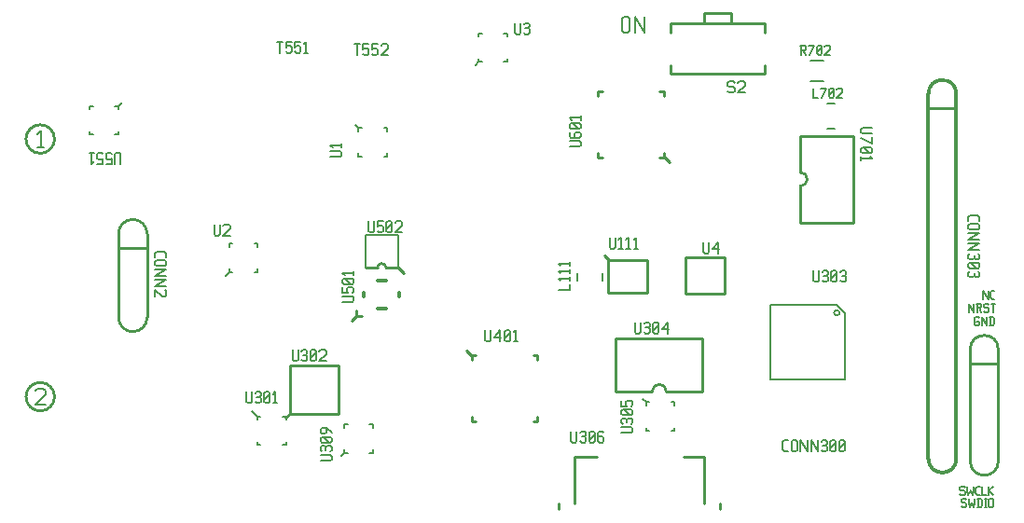
<source format=gto>
G04 start of page 10 for group -4079 idx -4079 *
G04 Title: v2_0, topsilk *
G04 Creator: pcb 4.2.0 *
G04 CreationDate: Tue Sep 24 08:28:18 2019 UTC *
G04 For: user *
G04 Format: Gerber/RS-274X *
G04 PCB-Dimensions (mm): 140.00 90.00 *
G04 PCB-Coordinate-Origin: lower left *
%MOMM*%
%FSLAX43Y43*%
%LNGTO*%
%ADD143C,0.203*%
%ADD142C,0.308*%
%ADD141C,0.300*%
%ADD140C,0.254*%
%ADD139C,0.200*%
%ADD138C,0.280*%
G54D138*X50500Y43100D02*X50100Y42700D01*
X50500Y43100D02*Y43600D01*
Y43100D02*X51000D01*
X73400Y48200D02*X73000Y48600D01*
X82100Y69700D02*Y70600D01*
X84500D01*
Y69700D01*
G54D139*X41200Y34300D02*X41000Y34500D01*
G54D138*X23100Y35800D02*G75*G02X21800Y34500I-1300J0D01*G01*
X20500Y35800D02*G75*G03X21800Y34500I1300J0D01*G01*
Y37100D02*G75*G02X23100Y35800I0J-1300D01*G01*
X21800Y37100D02*G75*G03X20500Y35800I0J-1300D01*G01*
X21800Y60500D02*G75*G02X23100Y59200I0J-1300D01*G01*
G75*G02X21800Y57900I-1300J0D01*G01*
Y60500D02*G75*G03X20500Y59200I0J-1300D01*G01*
G75*G03X21800Y57900I1300J0D01*G01*
G54D139*X74600Y70151D02*Y69054D01*
Y70151D02*X74783Y70334D01*
X75149D01*
X75332Y70151D01*
Y69054D01*
X75149Y68871D02*X75332Y69054D01*
X74783Y68871D02*X75149D01*
X74600Y69054D02*X74783Y68871D01*
X75770Y70334D02*Y68871D01*
Y70334D02*X76685Y68871D01*
Y70334D02*Y68871D01*
X106966Y43017D02*X107057Y42926D01*
X106691Y43017D02*X106966D01*
X106600Y42926D02*X106691Y43017D01*
X106600Y42926D02*Y42377D01*
X106691Y42286D01*
X106966D01*
X107057Y42377D01*
Y42560D02*Y42377D01*
X106966Y42651D02*X107057Y42560D01*
X106783Y42651D02*X106966D01*
X107277Y43017D02*Y42286D01*
Y43017D02*X107734Y42286D01*
Y43017D02*Y42286D01*
X108045Y43017D02*Y42286D01*
X108282Y43017D02*X108411Y42889D01*
Y42414D01*
X108282Y42286D02*X108411Y42414D01*
X107953Y42286D02*X108282D01*
X107953Y43017D02*X108282D01*
X107400Y45417D02*Y44686D01*
Y45417D02*X107857Y44686D01*
Y45417D02*Y44686D01*
X108205D02*X108442D01*
X108077Y44814D02*X108205Y44686D01*
X108077Y45289D02*Y44814D01*
Y45289D02*X108205Y45417D01*
X108442D01*
X106100Y44217D02*Y43486D01*
Y44217D02*X106557Y43486D01*
Y44217D02*Y43486D01*
X106777Y44217D02*X107142D01*
X107234Y44126D01*
Y43943D01*
X107142Y43851D02*X107234Y43943D01*
X106868Y43851D02*X107142D01*
X106868Y44217D02*Y43486D01*
X107014Y43851D02*X107234Y43486D01*
X107819Y44217D02*X107911Y44126D01*
X107545Y44217D02*X107819D01*
X107453Y44126D02*X107545Y44217D01*
X107453Y44126D02*Y43943D01*
X107545Y43851D01*
X107819D01*
X107911Y43760D01*
Y43577D01*
X107819Y43486D02*X107911Y43577D01*
X107545Y43486D02*X107819D01*
X107453Y43577D02*X107545Y43486D01*
X108130Y44217D02*X108496D01*
X108313D02*Y43486D01*
X105666Y27617D02*X105757Y27526D01*
X105391Y27617D02*X105666D01*
X105300Y27526D02*X105391Y27617D01*
X105300Y27526D02*Y27343D01*
X105391Y27251D01*
X105666D01*
X105757Y27160D01*
Y26977D01*
X105666Y26886D02*X105757Y26977D01*
X105391Y26886D02*X105666D01*
X105300Y26977D02*X105391Y26886D01*
X105977Y27617D02*Y27251D01*
X106068Y26886D01*
X106251Y27251D01*
X106434Y26886D01*
X106525Y27251D01*
Y27617D02*Y27251D01*
X106873Y26886D02*X107111D01*
X106745Y27014D02*X106873Y26886D01*
X106745Y27489D02*Y27014D01*
Y27489D02*X106873Y27617D01*
X107111D01*
X107330D02*Y26886D01*
X107696D01*
X107915Y27617D02*Y26886D01*
Y27251D02*X108281Y27617D01*
X107915Y27251D02*X108281Y26886D01*
X21550Y59646D02*X21841Y59937D01*
Y58484D01*
X21550D02*X22095D01*
X21350Y36355D02*X21532Y36537D01*
X22076D01*
X22258Y36355D01*
Y35992D01*
X21350Y35084D02*X22258Y35992D01*
X21350Y35084D02*X22258D01*
X105766Y26517D02*X105857Y26426D01*
X105491Y26517D02*X105766D01*
X105400Y26426D02*X105491Y26517D01*
X105400Y26426D02*Y26243D01*
X105491Y26151D01*
X105766D01*
X105857Y26060D01*
Y25877D01*
X105766Y25786D02*X105857Y25877D01*
X105491Y25786D02*X105766D01*
X105400Y25877D02*X105491Y25786D01*
X106077Y26517D02*Y26151D01*
X106168Y25786D01*
X106351Y26151D01*
X106534Y25786D01*
X106625Y26151D01*
Y26517D02*Y26151D01*
X106936Y26517D02*Y25786D01*
X107174Y26517D02*X107302Y26389D01*
Y25914D01*
X107174Y25786D02*X107302Y25914D01*
X106845Y25786D02*X107174D01*
X106845Y26517D02*X107174D01*
X107521D02*X107704D01*
X107613D02*Y25786D01*
X107521D02*X107704D01*
X107924Y26426D02*Y25877D01*
Y26426D02*X108015Y26517D01*
X108198D01*
X108290Y26426D01*
Y25877D01*
X108198Y25786D02*X108290Y25877D01*
X108015Y25786D02*X108198D01*
X107924Y25877D02*X108015Y25786D01*
X28900Y62200D02*Y61900D01*
X28600Y62200D02*X28900D01*
Y59900D02*Y59600D01*
X28600D02*X28900D01*
X26300Y62200D02*X26600D01*
X26300D02*Y61900D01*
Y59900D02*Y59600D01*
X26600D01*
X28900Y62200D02*X29200Y62500D01*
G54D140*X44450Y38650D02*X48850D01*
X44450D02*Y34250D01*
X48858D01*
X48850Y38650D02*Y34250D01*
X44450D02*X44069Y33869D01*
G54D139*X49400Y31000D02*Y30700D01*
X49700D01*
X49400Y33300D02*Y33000D01*
Y33300D02*X49700D01*
X51700Y30700D02*X52000D01*
Y31000D02*Y30700D01*
Y33300D02*Y33000D01*
X51700Y33300D02*X52000D01*
X49400Y30700D02*X49100Y30400D01*
X41500Y34000D02*X41800D01*
X41500D02*Y33700D01*
X43800Y34000D02*X44100D01*
Y33700D01*
X41500Y31700D02*Y31400D01*
X41800D01*
X43800D02*X44100D01*
Y31700D02*Y31400D01*
X41500Y34000D02*X41200Y34300D01*
G54D140*X28930Y49330D02*X31470D01*
G54D138*X28900Y50600D02*Y43000D01*
X31500Y50600D02*Y43000D01*
X30200Y51900D02*G75*G03X28900Y50600I0J-1300D01*G01*
X31500D02*G75*G03X30200Y51900I-1300J0D01*G01*
Y41700D02*G75*G03X31500Y43000I0J1300D01*G01*
X28900D02*G75*G03X30200Y41700I1300J0D01*G01*
G54D139*X51000Y60200D02*X50700D01*
Y59900D01*
X53000Y60200D02*X53300D01*
Y59900D01*
X50700Y57600D02*Y57900D01*
Y57600D02*X51000D01*
X53300D02*X53000D01*
X53300D02*Y57900D01*
X50700Y60200D02*X50400Y60500D01*
G54D138*X54300Y47500D02*X54800Y47000D01*
X53200Y47500D02*X54300D01*
X51300D02*X52400D01*
G54D139*X54300Y50500D02*Y47500D01*
X51300Y50500D02*Y47500D01*
Y50500D02*X54300D01*
G54D138*X53200Y47500D02*G75*G03X52800Y47900I-400J0D01*G01*
G75*G03X52400Y47500I0J-400D01*G01*
G54D141*Y46300D02*X53200D01*
X51200Y45200D02*Y44900D01*
X54400Y45200D02*Y44900D01*
X52400Y43800D02*X53200D01*
G54D139*X38950Y47400D02*Y47100D01*
X39250D01*
X38950Y49700D02*Y49400D01*
Y49700D02*X39250D01*
X41250Y47100D02*X41550D01*
Y47400D02*Y47100D01*
Y49700D02*Y49400D01*
X41250Y49700D02*X41550D01*
X38950Y47100D02*X38650Y46800D01*
G54D140*X102430Y62030D02*X104970D01*
G54D142*Y63300D02*Y30180D01*
X102430Y63300D02*Y30180D01*
X104970Y63300D02*G75*G03X102430Y63300I-1270J0D01*G01*
Y30180D02*G75*G03X104970Y30180I1270J0D01*G01*
G54D140*X106230Y40100D02*Y29940D01*
X108770Y40100D02*Y29940D01*
X106230Y38830D02*X108770D01*
Y40100D02*G75*G03X106230Y40100I-1270J0D01*G01*
Y29940D02*G75*G03X108770Y29940I1270J0D01*G01*
X90787Y51613D02*X95613D01*
Y59487D02*Y51613D01*
X90787Y59487D02*X95613D01*
X90787Y54915D02*Y51613D01*
Y59487D02*Y56185D01*
Y54915D02*G75*G03X90787Y56185I0J635D01*G01*
G54D143*X93250Y62450D02*X93950D01*
X93250Y60150D02*X93950D01*
X91700Y64450D02*X92900D01*
X91700Y66350D02*X92900D01*
X94848Y43412D02*Y37352D01*
X88052D02*X94848D01*
X88052Y44148D02*Y37352D01*
Y44148D02*X94112D01*
X94848Y43412D01*
X94112Y43666D02*G75*G03X94112Y43666I0J-254D01*G01*
G54D140*X66554Y39554D02*X66954D01*
Y39154D01*
Y33954D02*Y33554D01*
X66554D02*X66954D01*
X60954D02*X61354D01*
X60954Y33954D02*Y33554D01*
Y39554D02*Y39154D01*
Y39554D02*X61354D01*
G54D138*X61000Y39500D02*X60500Y40000D01*
X80200Y30300D02*X82100D01*
Y26100D01*
X70300Y30300D02*X72300D01*
X70300D02*Y26100D01*
X83500D02*Y25600D01*
X68900Y26100D02*Y25600D01*
G54D139*X77100Y35300D02*X76800D01*
Y35000D01*
X79100Y35300D02*X79400D01*
Y35000D01*
X76800Y32700D02*Y33000D01*
Y32700D02*X77100D01*
X79400D02*X79100D01*
X79400D02*Y33000D01*
X76800Y35300D02*X76500Y35600D01*
G54D143*X70550Y47050D02*Y46350D01*
X72850Y47050D02*Y46350D01*
G54D140*X73363Y48208D02*X76894D01*
X73363D02*Y45211D01*
X76894D01*
Y48208D02*Y45211D01*
X83937Y45165D02*X80406D01*
X83937Y48416D02*Y45165D01*
Y48416D02*X80406D01*
Y45165D01*
X81937Y41113D02*Y36287D01*
X74063Y41113D02*X81937D01*
X74063D02*Y36287D01*
X78635D02*X81937D01*
X74063D02*X77365D01*
X78635D02*G75*G03X77365Y36287I-635J0D01*G01*
G54D139*X61600Y66500D02*Y66200D01*
X61900D01*
X61600Y68800D02*Y68500D01*
Y68800D02*X61900D01*
X63900Y66200D02*X64200D01*
Y66500D02*Y66200D01*
Y68800D02*Y68500D01*
X63900Y68800D02*X64200D01*
X61600Y66200D02*X61300Y65900D01*
G54D138*X79000Y65100D02*X87600D01*
Y65900D02*Y65100D01*
X79000Y65900D02*Y65100D01*
Y69700D02*X87600D01*
Y68900D01*
X79000Y69700D02*Y68900D01*
G54D140*X72446Y57546D02*X72846D01*
X72446Y57946D02*Y57546D01*
Y63546D02*Y63146D01*
Y63546D02*X72846D01*
X78046D02*X78446D01*
Y63146D01*
Y57946D02*Y57546D01*
X78046D02*X78446D01*
G54D138*X78400Y57600D02*X78900Y57100D01*
G54D139*X62200Y41846D02*Y40957D01*
X62327Y40830D01*
X62581D01*
X62708Y40957D01*
Y41846D02*Y40957D01*
X63013Y41211D02*X63521Y41846D01*
X63013Y41211D02*X63648D01*
X63521Y41846D02*Y40830D01*
X63953Y40957D02*X64080Y40830D01*
X63953Y41719D02*Y40957D01*
Y41719D02*X64080Y41846D01*
X64334D01*
X64461Y41719D01*
Y40957D01*
X64334Y40830D02*X64461Y40957D01*
X64080Y40830D02*X64334D01*
X63953Y41084D02*X64461Y41592D01*
X64765Y41643D02*X64969Y41846D01*
Y40830D01*
X64765D02*X65146D01*
X44700Y40046D02*Y39157D01*
X44827Y39030D01*
X45081D01*
X45208Y39157D01*
Y40046D02*Y39157D01*
X45513Y39919D02*X45640Y40046D01*
X45894D01*
X46021Y39919D01*
X45894Y39030D02*X46021Y39157D01*
X45640Y39030D02*X45894D01*
X45513Y39157D02*X45640Y39030D01*
Y39589D02*X45894D01*
X46021Y39919D02*Y39716D01*
Y39462D02*Y39157D01*
Y39462D02*X45894Y39589D01*
X46021Y39716D02*X45894Y39589D01*
X46326Y39157D02*X46453Y39030D01*
X46326Y39919D02*Y39157D01*
Y39919D02*X46453Y40046D01*
X46707D01*
X46834Y39919D01*
Y39157D01*
X46707Y39030D02*X46834Y39157D01*
X46453Y39030D02*X46707D01*
X46326Y39284D02*X46834Y39792D01*
X47138Y39919D02*X47265Y40046D01*
X47646D01*
X47773Y39919D01*
Y39665D01*
X47138Y39030D02*X47773Y39665D01*
X47138Y39030D02*X47773D01*
X37600Y51446D02*Y50557D01*
X37727Y50430D01*
X37981D01*
X38108Y50557D01*
Y51446D02*Y50557D01*
X38413Y51319D02*X38540Y51446D01*
X38921D01*
X39048Y51319D01*
Y51065D01*
X38413Y50430D02*X39048Y51065D01*
X38413Y50430D02*X39048D01*
X49254Y44400D02*X50143D01*
X50270Y44527D01*
Y44781D02*Y44527D01*
Y44781D02*X50143Y44908D01*
X49254D02*X50143D01*
X49254Y45721D02*Y45213D01*
X49762D01*
X49635Y45340D01*
Y45594D02*Y45340D01*
Y45594D02*X49762Y45721D01*
X50143D01*
X50270Y45594D02*X50143Y45721D01*
X50270Y45594D02*Y45340D01*
X50143Y45213D02*X50270Y45340D01*
X50143Y46026D02*X50270Y46153D01*
X49381Y46026D02*X50143D01*
X49381D02*X49254Y46153D01*
Y46407D02*Y46153D01*
Y46407D02*X49381Y46534D01*
X50143D01*
X50270Y46407D02*X50143Y46534D01*
X50270Y46407D02*Y46153D01*
X50016Y46026D02*X49508Y46534D01*
X49457Y46838D02*X49254Y47042D01*
X50270D01*
Y47219D02*Y46838D01*
X51600Y51746D02*Y50857D01*
X51727Y50730D01*
X51981D01*
X52108Y50857D01*
Y51746D02*Y50857D01*
X52413Y51746D02*X52921D01*
X52413D02*Y51238D01*
X52540Y51365D01*
X52794D01*
X52921Y51238D01*
Y50857D01*
X52794Y50730D02*X52921Y50857D01*
X52540Y50730D02*X52794D01*
X52413Y50857D02*X52540Y50730D01*
X53226Y50857D02*X53353Y50730D01*
X53226Y51619D02*Y50857D01*
Y51619D02*X53353Y51746D01*
X53607D01*
X53734Y51619D01*
Y50857D01*
X53607Y50730D02*X53734Y50857D01*
X53353Y50730D02*X53607D01*
X53226Y50984D02*X53734Y51492D01*
X54038Y51619D02*X54165Y51746D01*
X54546D01*
X54673Y51619D01*
Y51365D01*
X54038Y50730D02*X54673Y51365D01*
X54038Y50730D02*X54673D01*
X32230Y48822D02*Y48492D01*
X32408Y49000D02*X32230Y48822D01*
X32408Y49000D02*X33068D01*
X33246Y48822D01*
Y48492D01*
X32357Y48187D02*X33119D01*
X33246Y48060D01*
Y47806D01*
X33119Y47679D01*
X32357D02*X33119D01*
X32230Y47806D02*X32357Y47679D01*
X32230Y48060D02*Y47806D01*
X32357Y48187D02*X32230Y48060D01*
Y47374D02*X33246D01*
X32230Y46739D01*
X33246D01*
X32230Y46435D02*X33246D01*
X32230Y45800D01*
X33246D01*
X33119Y45495D02*X33246Y45368D01*
Y44987D01*
X33119Y44860D01*
X32865D02*X33119D01*
X32230Y45495D02*X32865Y44860D01*
X32230Y45495D02*Y44860D01*
X29100Y57843D02*Y56954D01*
Y57843D02*X28973Y57970D01*
X28719D02*X28973D01*
X28719D02*X28592Y57843D01*
Y56954D01*
X27779D02*X28287D01*
Y57462D02*Y56954D01*
Y57462D02*X28160Y57335D01*
X27906D02*X28160D01*
X27906D02*X27779Y57462D01*
Y57843D02*Y57462D01*
X27906Y57970D02*X27779Y57843D01*
X27906Y57970D02*X28160D01*
X28287Y57843D02*X28160Y57970D01*
X26966Y56954D02*X27474D01*
Y57462D02*Y56954D01*
Y57462D02*X27347Y57335D01*
X27093D02*X27347D01*
X27093D02*X26966Y57462D01*
Y57843D02*Y57462D01*
X27093Y57970D02*X26966Y57843D01*
X27093Y57970D02*X27347D01*
X27474Y57843D02*X27347Y57970D01*
X26662Y57157D02*X26458Y56954D01*
Y57970D02*Y56954D01*
X26281Y57970D02*X26662D01*
X40500Y36246D02*Y35357D01*
X40627Y35230D01*
X40881D01*
X41008Y35357D01*
Y36246D02*Y35357D01*
X41313Y36119D02*X41440Y36246D01*
X41694D01*
X41821Y36119D01*
X41694Y35230D02*X41821Y35357D01*
X41440Y35230D02*X41694D01*
X41313Y35357D02*X41440Y35230D01*
Y35789D02*X41694D01*
X41821Y36119D02*Y35916D01*
Y35662D02*Y35357D01*
Y35662D02*X41694Y35789D01*
X41821Y35916D02*X41694Y35789D01*
X42126Y35357D02*X42253Y35230D01*
X42126Y36119D02*Y35357D01*
Y36119D02*X42253Y36246D01*
X42507D01*
X42634Y36119D01*
Y35357D01*
X42507Y35230D02*X42634Y35357D01*
X42253Y35230D02*X42507D01*
X42126Y35484D02*X42634Y35992D01*
X42938Y36043D02*X43142Y36246D01*
Y35230D01*
X42938D02*X43319D01*
X47254Y30000D02*X48143D01*
X48270Y30127D01*
Y30381D02*Y30127D01*
Y30381D02*X48143Y30508D01*
X47254D02*X48143D01*
X47381Y30813D02*X47254Y30940D01*
Y31194D02*Y30940D01*
Y31194D02*X47381Y31321D01*
X48270Y31194D02*X48143Y31321D01*
X48270Y31194D02*Y30940D01*
X48143Y30813D02*X48270Y30940D01*
X47711Y31194D02*Y30940D01*
X47381Y31321D02*X47584D01*
X47838D02*X48143D01*
X47838D02*X47711Y31194D01*
X47584Y31321D02*X47711Y31194D01*
X48143Y31626D02*X48270Y31753D01*
X47381Y31626D02*X48143D01*
X47381D02*X47254Y31753D01*
Y32007D02*Y31753D01*
Y32007D02*X47381Y32134D01*
X48143D01*
X48270Y32007D02*X48143Y32134D01*
X48270Y32007D02*Y31753D01*
X48016Y31626D02*X47508Y32134D01*
X48270Y32565D02*X47762Y32946D01*
X47381D02*X47762D01*
X47254Y32819D02*X47381Y32946D01*
X47254Y32819D02*Y32565D01*
X47381Y32438D02*X47254Y32565D01*
X47381Y32438D02*X47635D01*
X47762Y32565D01*
Y32946D02*Y32565D01*
X48154Y57600D02*X49043D01*
X49170Y57727D01*
Y57981D02*Y57727D01*
Y57981D02*X49043Y58108D01*
X48154D02*X49043D01*
X48357Y58413D02*X48154Y58616D01*
X49170D01*
Y58794D02*Y58413D01*
X43300Y68046D02*X43808D01*
X43554D02*Y67030D01*
X44113Y68046D02*X44621D01*
X44113D02*Y67538D01*
X44240Y67665D01*
X44494D01*
X44621Y67538D01*
Y67157D01*
X44494Y67030D02*X44621Y67157D01*
X44240Y67030D02*X44494D01*
X44113Y67157D02*X44240Y67030D01*
X44926Y68046D02*X45434D01*
X44926D02*Y67538D01*
X45053Y67665D01*
X45307D01*
X45434Y67538D01*
Y67157D01*
X45307Y67030D02*X45434Y67157D01*
X45053Y67030D02*X45307D01*
X44926Y67157D02*X45053Y67030D01*
X45738Y67843D02*X45942Y68046D01*
Y67030D01*
X45738D02*X46119D01*
X106030Y52122D02*Y51792D01*
X106208Y52300D02*X106030Y52122D01*
X106208Y52300D02*X106868D01*
X107046Y52122D01*
Y51792D01*
X106157Y51487D02*X106919D01*
X107046Y51360D01*
Y51106D01*
X106919Y50979D01*
X106157D02*X106919D01*
X106030Y51106D02*X106157Y50979D01*
X106030Y51360D02*Y51106D01*
X106157Y51487D02*X106030Y51360D01*
Y50674D02*X107046D01*
X106030Y50039D01*
X107046D01*
X106030Y49735D02*X107046D01*
X106030Y49100D01*
X107046D01*
X106919Y48795D02*X107046Y48668D01*
Y48414D01*
X106919Y48287D01*
X106030Y48414D02*X106157Y48287D01*
X106030Y48668D02*Y48414D01*
X106157Y48795D02*X106030Y48668D01*
X106589D02*Y48414D01*
X106716Y48287D02*X106919D01*
X106157D02*X106462D01*
X106589Y48414D01*
X106716Y48287D02*X106589Y48414D01*
X106157Y47982D02*X106030Y47855D01*
X106157Y47982D02*X106919D01*
X107046Y47855D01*
Y47601D01*
X106919Y47474D01*
X106157D02*X106919D01*
X106030Y47601D02*X106157Y47474D01*
X106030Y47855D02*Y47601D01*
X106284Y47982D02*X106792Y47474D01*
X106919Y47169D02*X107046Y47042D01*
Y46788D01*
X106919Y46661D01*
X106030Y46788D02*X106157Y46661D01*
X106030Y47042D02*Y46788D01*
X106157Y47169D02*X106030Y47042D01*
X106589D02*Y46788D01*
X106716Y46661D02*X106919D01*
X106157D02*X106462D01*
X106589Y46788D01*
X106716Y46661D02*X106589Y46788D01*
X92000Y47246D02*Y46357D01*
X92127Y46230D01*
X92381D01*
X92508Y46357D01*
Y47246D02*Y46357D01*
X92813Y47119D02*X92940Y47246D01*
X93194D01*
X93321Y47119D01*
X93194Y46230D02*X93321Y46357D01*
X92940Y46230D02*X93194D01*
X92813Y46357D02*X92940Y46230D01*
Y46789D02*X93194D01*
X93321Y47119D02*Y46916D01*
Y46662D02*Y46357D01*
Y46662D02*X93194Y46789D01*
X93321Y46916D02*X93194Y46789D01*
X93626Y46357D02*X93753Y46230D01*
X93626Y47119D02*Y46357D01*
Y47119D02*X93753Y47246D01*
X94007D01*
X94134Y47119D01*
Y46357D01*
X94007Y46230D02*X94134Y46357D01*
X93753Y46230D02*X94007D01*
X93626Y46484D02*X94134Y46992D01*
X94438Y47119D02*X94565Y47246D01*
X94819D01*
X94946Y47119D01*
X94819Y46230D02*X94946Y46357D01*
X94565Y46230D02*X94819D01*
X94438Y46357D02*X94565Y46230D01*
Y46789D02*X94819D01*
X94946Y47119D02*Y46916D01*
Y46662D02*Y46357D01*
Y46662D02*X94819Y46789D01*
X94946Y46916D02*X94819Y46789D01*
X96457Y60200D02*X97346D01*
X96457D02*X96330Y60073D01*
Y59819D01*
X96457Y59692D01*
X97346D01*
X96330Y59260D02*X97346Y58752D01*
Y59387D02*Y58752D01*
X96457Y58447D02*X96330Y58320D01*
X96457Y58447D02*X97219D01*
X97346Y58320D01*
Y58066D01*
X97219Y57939D01*
X96457D02*X97219D01*
X96330Y58066D02*X96457Y57939D01*
X96330Y58320D02*Y58066D01*
X96584Y58447D02*X97092Y57939D01*
X97143Y57635D02*X97346Y57431D01*
X96330D02*X97346D01*
X96330Y57635D02*Y57254D01*
X92000Y63792D02*Y62959D01*
X92417D01*
X92771D02*X93187Y63792D01*
X92666D02*X93187D01*
X93437Y63063D02*X93541Y62959D01*
X93437Y63688D02*Y63063D01*
Y63688D02*X93541Y63792D01*
X93750D01*
X93854Y63688D01*
Y63063D01*
X93750Y62959D02*X93854Y63063D01*
X93541Y62959D02*X93750D01*
X93437Y63167D02*X93854Y63583D01*
X94104Y63688D02*X94208Y63792D01*
X94520D01*
X94624Y63688D01*
Y63479D01*
X94104Y62959D02*X94624Y63479D01*
X94104Y62959D02*X94624D01*
X90800Y67692D02*X91217D01*
X91321Y67588D01*
Y67379D01*
X91217Y67275D02*X91321Y67379D01*
X90904Y67275D02*X91217D01*
X90904Y67692D02*Y66859D01*
X91071Y67275D02*X91321Y66859D01*
X91675D02*X92091Y67692D01*
X91571D02*X92091D01*
X92341Y66963D02*X92445Y66859D01*
X92341Y67588D02*Y66963D01*
Y67588D02*X92445Y67692D01*
X92654D01*
X92758Y67588D01*
Y66963D01*
X92654Y66859D02*X92758Y66963D01*
X92445Y66859D02*X92654D01*
X92341Y67067D02*X92758Y67483D01*
X93008Y67588D02*X93112Y67692D01*
X93424D01*
X93528Y67588D01*
Y67379D01*
X93008Y66859D02*X93528Y67379D01*
X93008Y66859D02*X93528D01*
X50300Y67846D02*X50808D01*
X50554D02*Y66830D01*
X51113Y67846D02*X51621D01*
X51113D02*Y67338D01*
X51240Y67465D01*
X51494D01*
X51621Y67338D01*
Y66957D01*
X51494Y66830D02*X51621Y66957D01*
X51240Y66830D02*X51494D01*
X51113Y66957D02*X51240Y66830D01*
X51926Y67846D02*X52434D01*
X51926D02*Y67338D01*
X52053Y67465D01*
X52307D01*
X52434Y67338D01*
Y66957D01*
X52307Y66830D02*X52434Y66957D01*
X52053Y66830D02*X52307D01*
X51926Y66957D02*X52053Y66830D01*
X52738Y67719D02*X52865Y67846D01*
X53246D01*
X53373Y67719D01*
Y67465D01*
X52738Y66830D02*X53373Y67465D01*
X52738Y66830D02*X53373D01*
X64900Y69746D02*Y68857D01*
X65027Y68730D01*
X65281D01*
X65408Y68857D01*
Y69746D02*Y68857D01*
X65713Y69619D02*X65840Y69746D01*
X66094D01*
X66221Y69619D01*
X66094Y68730D02*X66221Y68857D01*
X65840Y68730D02*X66094D01*
X65713Y68857D02*X65840Y68730D01*
Y69289D02*X66094D01*
X66221Y69619D02*Y69416D01*
Y69162D02*Y68857D01*
Y69162D02*X66094Y69289D01*
X66221Y69416D02*X66094Y69289D01*
X69854Y58500D02*X70743D01*
X70870Y58627D01*
Y58881D02*Y58627D01*
Y58881D02*X70743Y59008D01*
X69854D02*X70743D01*
X69854Y59694D02*X69981Y59821D01*
X69854Y59694D02*Y59440D01*
X69981Y59313D02*X69854Y59440D01*
X69981Y59313D02*X70743D01*
X70870Y59440D01*
X70311Y59694D02*X70438Y59821D01*
X70311Y59694D02*Y59313D01*
X70870Y59694D02*Y59440D01*
Y59694D02*X70743Y59821D01*
X70438D02*X70743D01*
Y60126D02*X70870Y60253D01*
X69981Y60126D02*X70743D01*
X69981D02*X69854Y60253D01*
Y60507D02*Y60253D01*
Y60507D02*X69981Y60634D01*
X70743D01*
X70870Y60507D02*X70743Y60634D01*
X70870Y60507D02*Y60253D01*
X70616Y60126D02*X70108Y60634D01*
X70057Y60938D02*X69854Y61142D01*
X70870D01*
Y61319D02*Y60938D01*
X75800Y42546D02*Y41657D01*
X75927Y41530D01*
X76181D01*
X76308Y41657D01*
Y42546D02*Y41657D01*
X76613Y42419D02*X76740Y42546D01*
X76994D01*
X77121Y42419D01*
X76994Y41530D02*X77121Y41657D01*
X76740Y41530D02*X76994D01*
X76613Y41657D02*X76740Y41530D01*
Y42089D02*X76994D01*
X77121Y42419D02*Y42216D01*
Y41962D02*Y41657D01*
Y41962D02*X76994Y42089D01*
X77121Y42216D02*X76994Y42089D01*
X77426Y41657D02*X77553Y41530D01*
X77426Y42419D02*Y41657D01*
Y42419D02*X77553Y42546D01*
X77807D01*
X77934Y42419D01*
Y41657D01*
X77807Y41530D02*X77934Y41657D01*
X77553Y41530D02*X77807D01*
X77426Y41784D02*X77934Y42292D01*
X78238Y41911D02*X78746Y42546D01*
X78238Y41911D02*X78873D01*
X78746Y42546D02*Y41530D01*
X74554Y32500D02*X75443D01*
X75570Y32627D01*
Y32881D02*Y32627D01*
Y32881D02*X75443Y33008D01*
X74554D02*X75443D01*
X74681Y33313D02*X74554Y33440D01*
Y33694D02*Y33440D01*
Y33694D02*X74681Y33821D01*
X75570Y33694D02*X75443Y33821D01*
X75570Y33694D02*Y33440D01*
X75443Y33313D02*X75570Y33440D01*
X75011Y33694D02*Y33440D01*
X74681Y33821D02*X74884D01*
X75138D02*X75443D01*
X75138D02*X75011Y33694D01*
X74884Y33821D02*X75011Y33694D01*
X75443Y34126D02*X75570Y34253D01*
X74681Y34126D02*X75443D01*
X74681D02*X74554Y34253D01*
Y34507D02*Y34253D01*
Y34507D02*X74681Y34634D01*
X75443D01*
X75570Y34507D02*X75443Y34634D01*
X75570Y34507D02*Y34253D01*
X75316Y34126D02*X74808Y34634D01*
X74554Y35446D02*Y34938D01*
X75062D01*
X74935Y35065D01*
Y35319D02*Y35065D01*
Y35319D02*X75062Y35446D01*
X75443D01*
X75570Y35319D02*X75443Y35446D01*
X75570Y35319D02*Y35065D01*
X75443Y34938D02*X75570Y35065D01*
X68854Y45500D02*X69870D01*
Y46008D02*Y45500D01*
X69057Y46313D02*X68854Y46516D01*
X69870D01*
Y46694D02*Y46313D01*
X69057Y46999D02*X68854Y47202D01*
X69870D01*
Y47380D02*Y46999D01*
X69057Y47684D02*X68854Y47888D01*
X69870D01*
Y48065D02*Y47684D01*
X70000Y32646D02*Y31757D01*
X70127Y31630D01*
X70381D01*
X70508Y31757D01*
Y32646D02*Y31757D01*
X70813Y32519D02*X70940Y32646D01*
X71194D01*
X71321Y32519D01*
X71194Y31630D02*X71321Y31757D01*
X70940Y31630D02*X71194D01*
X70813Y31757D02*X70940Y31630D01*
Y32189D02*X71194D01*
X71321Y32519D02*Y32316D01*
Y32062D02*Y31757D01*
Y32062D02*X71194Y32189D01*
X71321Y32316D02*X71194Y32189D01*
X71626Y31757D02*X71753Y31630D01*
X71626Y32519D02*Y31757D01*
Y32519D02*X71753Y32646D01*
X72007D01*
X72134Y32519D01*
Y31757D01*
X72007Y31630D02*X72134Y31757D01*
X71753Y31630D02*X72007D01*
X71626Y31884D02*X72134Y32392D01*
X72819Y32646D02*X72946Y32519D01*
X72565Y32646D02*X72819D01*
X72438Y32519D02*X72565Y32646D01*
X72438Y32519D02*Y31757D01*
X72565Y31630D01*
X72819Y32189D02*X72946Y32062D01*
X72438Y32189D02*X72819D01*
X72565Y31630D02*X72819D01*
X72946Y31757D01*
Y32062D02*Y31757D01*
X89378Y30830D02*X89708D01*
X89200Y31008D02*X89378Y30830D01*
X89200Y31668D02*Y31008D01*
Y31668D02*X89378Y31846D01*
X89708D01*
X90013Y31719D02*Y30957D01*
Y31719D02*X90140Y31846D01*
X90394D01*
X90521Y31719D01*
Y30957D01*
X90394Y30830D02*X90521Y30957D01*
X90140Y30830D02*X90394D01*
X90013Y30957D02*X90140Y30830D01*
X90826Y31846D02*Y30830D01*
Y31846D02*X91461Y30830D01*
Y31846D02*Y30830D01*
X91765Y31846D02*Y30830D01*
Y31846D02*X92400Y30830D01*
Y31846D02*Y30830D01*
X92705Y31719D02*X92832Y31846D01*
X93086D01*
X93213Y31719D01*
X93086Y30830D02*X93213Y30957D01*
X92832Y30830D02*X93086D01*
X92705Y30957D02*X92832Y30830D01*
Y31389D02*X93086D01*
X93213Y31719D02*Y31516D01*
Y31262D02*Y30957D01*
Y31262D02*X93086Y31389D01*
X93213Y31516D02*X93086Y31389D01*
X93518Y30957D02*X93645Y30830D01*
X93518Y31719D02*Y30957D01*
Y31719D02*X93645Y31846D01*
X93899D01*
X94026Y31719D01*
Y30957D01*
X93899Y30830D02*X94026Y30957D01*
X93645Y30830D02*X93899D01*
X93518Y31084D02*X94026Y31592D01*
X94331Y30957D02*X94458Y30830D01*
X94331Y31719D02*Y30957D01*
Y31719D02*X94458Y31846D01*
X94712D01*
X94839Y31719D01*
Y30957D01*
X94712Y30830D02*X94839Y30957D01*
X94458Y30830D02*X94712D01*
X94331Y31084D02*X94839Y31592D01*
X73500Y50246D02*Y49357D01*
X73627Y49230D01*
X73881D01*
X74008Y49357D01*
Y50246D02*Y49357D01*
X74313Y50043D02*X74516Y50246D01*
Y49230D01*
X74313D02*X74694D01*
X74999Y50043D02*X75202Y50246D01*
Y49230D01*
X74999D02*X75380D01*
X75684Y50043D02*X75888Y50246D01*
Y49230D01*
X75684D02*X76065D01*
X82000Y49846D02*Y48957D01*
X82127Y48830D01*
X82381D01*
X82508Y48957D01*
Y49846D02*Y48957D01*
X82813Y49211D02*X83321Y49846D01*
X82813Y49211D02*X83448D01*
X83321Y49846D02*Y48830D01*
X84708Y64446D02*X84835Y64319D01*
X84327Y64446D02*X84708D01*
X84200Y64319D02*X84327Y64446D01*
X84200Y64319D02*Y64065D01*
X84327Y63938D01*
X84708D01*
X84835Y63811D01*
Y63557D01*
X84708Y63430D02*X84835Y63557D01*
X84327Y63430D02*X84708D01*
X84200Y63557D02*X84327Y63430D01*
X85140Y64319D02*X85267Y64446D01*
X85648D01*
X85775Y64319D01*
Y64065D01*
X85140Y63430D02*X85775Y64065D01*
X85140Y63430D02*X85775D01*
M02*

</source>
